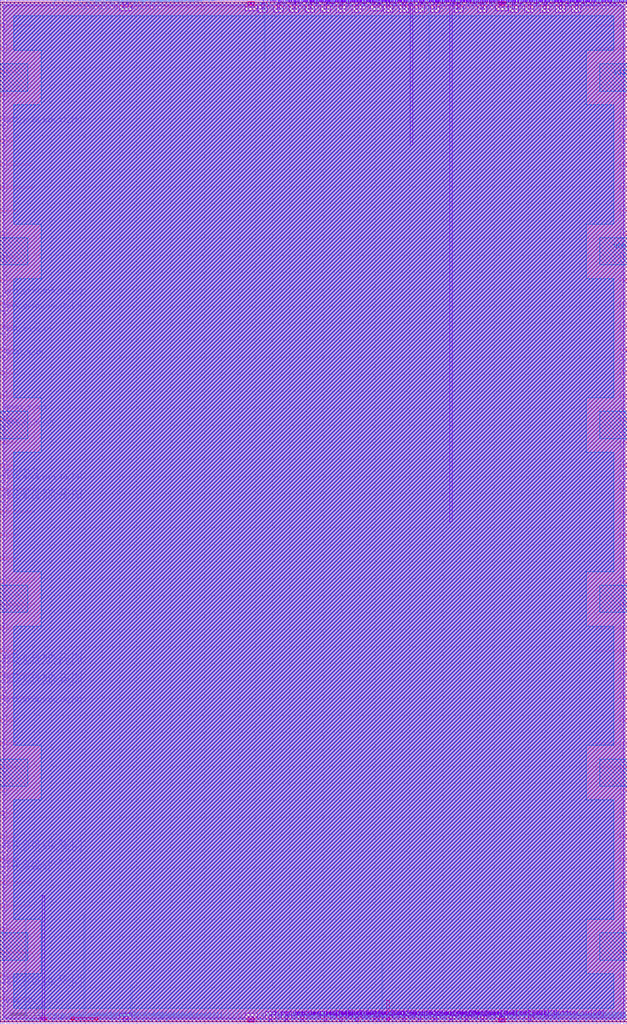
<source format=lef>
VERSION 5.7 ;
BUSBITCHARS "[]" ;

UNITS
  DATABASE MICRONS 1000 ;
END UNITS

MANUFACTURINGGRID 0.005 ;

LAYER li1
  TYPE ROUTING ;
  DIRECTION VERTICAL ;
  PITCH 0.46 ;
  WIDTH 0.17 ;
END li1

LAYER mcon
  TYPE CUT ;
END mcon

LAYER met1
  TYPE ROUTING ;
  DIRECTION HORIZONTAL ;
  PITCH 0.34 ;
  WIDTH 0.14 ;
END met1

LAYER via
  TYPE CUT ;
END via

LAYER met2
  TYPE ROUTING ;
  DIRECTION VERTICAL ;
  PITCH 0.46 ;
  WIDTH 0.14 ;
END met2

LAYER via2
  TYPE CUT ;
END via2

LAYER met3
  TYPE ROUTING ;
  DIRECTION HORIZONTAL ;
  PITCH 0.68 ;
  WIDTH 0.3 ;
END met3

LAYER via3
  TYPE CUT ;
END via3

LAYER met4
  TYPE ROUTING ;
  DIRECTION VERTICAL ;
  PITCH 0.92 ;
  WIDTH 0.3 ;
END met4

LAYER via4
  TYPE CUT ;
END via4

LAYER met5
  TYPE ROUTING ;
  DIRECTION HORIZONTAL ;
  PITCH 3.4 ;
  WIDTH 1.6 ;
END met5

LAYER nwell
  TYPE MASTERSLICE ;
END nwell

LAYER pwell
  TYPE MASTERSLICE ;
END pwell

LAYER OVERLAP
  TYPE OVERLAP ;
END OVERLAP

VIA L1M1_PR
  LAYER li1 ;
    RECT -0.085 -0.085 0.085 0.085 ;
  LAYER mcon ;
    RECT -0.085 -0.085 0.085 0.085 ;
  LAYER met1 ;
    RECT -0.145 -0.115 0.145 0.115 ;
END L1M1_PR

VIA L1M1_PR_R
  LAYER li1 ;
    RECT -0.085 -0.085 0.085 0.085 ;
  LAYER mcon ;
    RECT -0.085 -0.085 0.085 0.085 ;
  LAYER met1 ;
    RECT -0.115 -0.145 0.115 0.145 ;
END L1M1_PR_R

VIA L1M1_PR_M
  LAYER li1 ;
    RECT -0.085 -0.085 0.085 0.085 ;
  LAYER mcon ;
    RECT -0.085 -0.085 0.085 0.085 ;
  LAYER met1 ;
    RECT -0.115 -0.145 0.115 0.145 ;
END L1M1_PR_M

VIA L1M1_PR_MR
  LAYER li1 ;
    RECT -0.085 -0.085 0.085 0.085 ;
  LAYER mcon ;
    RECT -0.085 -0.085 0.085 0.085 ;
  LAYER met1 ;
    RECT -0.145 -0.115 0.145 0.115 ;
END L1M1_PR_MR

VIA L1M1_PR_C
  LAYER li1 ;
    RECT -0.085 -0.085 0.085 0.085 ;
  LAYER mcon ;
    RECT -0.085 -0.085 0.085 0.085 ;
  LAYER met1 ;
    RECT -0.145 -0.145 0.145 0.145 ;
END L1M1_PR_C

VIA M1M2_PR
  LAYER met1 ;
    RECT -0.16 -0.13 0.16 0.13 ;
  LAYER via ;
    RECT -0.075 -0.075 0.075 0.075 ;
  LAYER met2 ;
    RECT -0.13 -0.16 0.13 0.16 ;
END M1M2_PR

VIA M1M2_PR_Enc
  LAYER met1 ;
    RECT -0.16 -0.13 0.16 0.13 ;
  LAYER via ;
    RECT -0.075 -0.075 0.075 0.075 ;
  LAYER met2 ;
    RECT -0.16 -0.13 0.16 0.13 ;
END M1M2_PR_Enc

VIA M1M2_PR_R
  LAYER met1 ;
    RECT -0.13 -0.16 0.13 0.16 ;
  LAYER via ;
    RECT -0.075 -0.075 0.075 0.075 ;
  LAYER met2 ;
    RECT -0.16 -0.13 0.16 0.13 ;
END M1M2_PR_R

VIA M1M2_PR_R_Enc
  LAYER met1 ;
    RECT -0.13 -0.16 0.13 0.16 ;
  LAYER via ;
    RECT -0.075 -0.075 0.075 0.075 ;
  LAYER met2 ;
    RECT -0.13 -0.16 0.13 0.16 ;
END M1M2_PR_R_Enc

VIA M1M2_PR_M
  LAYER met1 ;
    RECT -0.16 -0.13 0.16 0.13 ;
  LAYER via ;
    RECT -0.075 -0.075 0.075 0.075 ;
  LAYER met2 ;
    RECT -0.16 -0.13 0.16 0.13 ;
END M1M2_PR_M

VIA M1M2_PR_M_Enc
  LAYER met1 ;
    RECT -0.16 -0.13 0.16 0.13 ;
  LAYER via ;
    RECT -0.075 -0.075 0.075 0.075 ;
  LAYER met2 ;
    RECT -0.13 -0.16 0.13 0.16 ;
END M1M2_PR_M_Enc

VIA M1M2_PR_MR
  LAYER met1 ;
    RECT -0.13 -0.16 0.13 0.16 ;
  LAYER via ;
    RECT -0.075 -0.075 0.075 0.075 ;
  LAYER met2 ;
    RECT -0.13 -0.16 0.13 0.16 ;
END M1M2_PR_MR

VIA M1M2_PR_MR_Enc
  LAYER met1 ;
    RECT -0.13 -0.16 0.13 0.16 ;
  LAYER via ;
    RECT -0.075 -0.075 0.075 0.075 ;
  LAYER met2 ;
    RECT -0.16 -0.13 0.16 0.13 ;
END M1M2_PR_MR_Enc

VIA M1M2_PR_C
  LAYER met1 ;
    RECT -0.16 -0.16 0.16 0.16 ;
  LAYER via ;
    RECT -0.075 -0.075 0.075 0.075 ;
  LAYER met2 ;
    RECT -0.16 -0.16 0.16 0.16 ;
END M1M2_PR_C

VIA M2M3_PR
  LAYER met2 ;
    RECT -0.14 -0.185 0.14 0.185 ;
  LAYER via2 ;
    RECT -0.1 -0.1 0.1 0.1 ;
  LAYER met3 ;
    RECT -0.165 -0.165 0.165 0.165 ;
END M2M3_PR

VIA M2M3_PR_R
  LAYER met2 ;
    RECT -0.185 -0.14 0.185 0.14 ;
  LAYER via2 ;
    RECT -0.1 -0.1 0.1 0.1 ;
  LAYER met3 ;
    RECT -0.165 -0.165 0.165 0.165 ;
END M2M3_PR_R

VIA M2M3_PR_M
  LAYER met2 ;
    RECT -0.14 -0.185 0.14 0.185 ;
  LAYER via2 ;
    RECT -0.1 -0.1 0.1 0.1 ;
  LAYER met3 ;
    RECT -0.165 -0.165 0.165 0.165 ;
END M2M3_PR_M

VIA M2M3_PR_MR
  LAYER met2 ;
    RECT -0.185 -0.14 0.185 0.14 ;
  LAYER via2 ;
    RECT -0.1 -0.1 0.1 0.1 ;
  LAYER met3 ;
    RECT -0.165 -0.165 0.165 0.165 ;
END M2M3_PR_MR

VIA M2M3_PR_C
  LAYER met2 ;
    RECT -0.185 -0.185 0.185 0.185 ;
  LAYER via2 ;
    RECT -0.1 -0.1 0.1 0.1 ;
  LAYER met3 ;
    RECT -0.165 -0.165 0.165 0.165 ;
END M2M3_PR_C

VIA M3M4_PR
  LAYER met3 ;
    RECT -0.19 -0.16 0.19 0.16 ;
  LAYER via3 ;
    RECT -0.1 -0.1 0.1 0.1 ;
  LAYER met4 ;
    RECT -0.165 -0.165 0.165 0.165 ;
END M3M4_PR

VIA M3M4_PR_R
  LAYER met3 ;
    RECT -0.16 -0.19 0.16 0.19 ;
  LAYER via3 ;
    RECT -0.1 -0.1 0.1 0.1 ;
  LAYER met4 ;
    RECT -0.165 -0.165 0.165 0.165 ;
END M3M4_PR_R

VIA M3M4_PR_M
  LAYER met3 ;
    RECT -0.19 -0.16 0.19 0.16 ;
  LAYER via3 ;
    RECT -0.1 -0.1 0.1 0.1 ;
  LAYER met4 ;
    RECT -0.165 -0.165 0.165 0.165 ;
END M3M4_PR_M

VIA M3M4_PR_MR
  LAYER met3 ;
    RECT -0.16 -0.19 0.16 0.19 ;
  LAYER via3 ;
    RECT -0.1 -0.1 0.1 0.1 ;
  LAYER met4 ;
    RECT -0.165 -0.165 0.165 0.165 ;
END M3M4_PR_MR

VIA M3M4_PR_C
  LAYER met3 ;
    RECT -0.19 -0.19 0.19 0.19 ;
  LAYER via3 ;
    RECT -0.1 -0.1 0.1 0.1 ;
  LAYER met4 ;
    RECT -0.165 -0.165 0.165 0.165 ;
END M3M4_PR_C

VIA M4M5_PR
  LAYER met4 ;
    RECT -0.59 -0.59 0.59 0.59 ;
  LAYER via4 ;
    RECT -0.4 -0.4 0.4 0.4 ;
  LAYER met5 ;
    RECT -0.71 -0.71 0.71 0.71 ;
END M4M5_PR

VIA M4M5_PR_R
  LAYER met4 ;
    RECT -0.59 -0.59 0.59 0.59 ;
  LAYER via4 ;
    RECT -0.4 -0.4 0.4 0.4 ;
  LAYER met5 ;
    RECT -0.71 -0.71 0.71 0.71 ;
END M4M5_PR_R

VIA M4M5_PR_M
  LAYER met4 ;
    RECT -0.59 -0.59 0.59 0.59 ;
  LAYER via4 ;
    RECT -0.4 -0.4 0.4 0.4 ;
  LAYER met5 ;
    RECT -0.71 -0.71 0.71 0.71 ;
END M4M5_PR_M

VIA M4M5_PR_MR
  LAYER met4 ;
    RECT -0.59 -0.59 0.59 0.59 ;
  LAYER via4 ;
    RECT -0.4 -0.4 0.4 0.4 ;
  LAYER met5 ;
    RECT -0.71 -0.71 0.71 0.71 ;
END M4M5_PR_MR

VIA M4M5_PR_C
  LAYER met4 ;
    RECT -0.59 -0.59 0.59 0.59 ;
  LAYER via4 ;
    RECT -0.4 -0.4 0.4 0.4 ;
  LAYER met5 ;
    RECT -0.71 -0.71 0.71 0.71 ;
END M4M5_PR_C

SITE unit
  CLASS CORE ;
  SYMMETRY Y ;
  SIZE 0.46 BY 2.72 ;
END unit

SITE unithddbl
  CLASS CORE ;
  SIZE 0.46 BY 5.44 ;
END unithddbl

MACRO cby_1__1_
  CLASS BLOCK ;
  ORIGIN 0 0 ;
  SIZE 73.6 BY 119.68 ;
  SYMMETRY X Y ;
  PIN pReset[0]
    DIRECTION INPUT ;
    USE SIGNAL ;
    PORT
      LAYER met1 ;
        RECT 0 64.02 0.595 64.16 ;
    END
  END pReset[0]
  PIN chany_bottom_in[0]
    DIRECTION INPUT ;
    USE SIGNAL ;
    PORT
      LAYER met2 ;
        RECT 46.16 0 46.3 0.485 ;
    END
  END chany_bottom_in[0]
  PIN chany_bottom_in[1]
    DIRECTION INPUT ;
    USE SIGNAL ;
    PORT
      LAYER met2 ;
        RECT 14.88 0 15.02 0.485 ;
    END
  END chany_bottom_in[1]
  PIN chany_bottom_in[2]
    DIRECTION INPUT ;
    USE SIGNAL ;
    PORT
      LAYER met2 ;
        RECT 10.74 0 10.88 0.485 ;
    END
  END chany_bottom_in[2]
  PIN chany_bottom_in[3]
    DIRECTION INPUT ;
    USE SIGNAL ;
    PORT
      LAYER met2 ;
        RECT 48.92 0 49.06 0.485 ;
    END
  END chany_bottom_in[3]
  PIN chany_bottom_in[4]
    DIRECTION INPUT ;
    USE SIGNAL ;
    PORT
      LAYER met2 ;
        RECT 17.64 0 17.78 0.485 ;
    END
  END chany_bottom_in[4]
  PIN chany_bottom_in[5]
    DIRECTION INPUT ;
    USE SIGNAL ;
    PORT
      LAYER met2 ;
        RECT 31.44 0 31.58 0.485 ;
    END
  END chany_bottom_in[5]
  PIN chany_bottom_in[6]
    DIRECTION INPUT ;
    USE SIGNAL ;
    PORT
      LAYER met2 ;
        RECT 45.24 0 45.38 0.485 ;
    END
  END chany_bottom_in[6]
  PIN chany_bottom_in[7]
    DIRECTION INPUT ;
    USE SIGNAL ;
    PORT
      LAYER met2 ;
        RECT 44.32 0 44.46 0.485 ;
    END
  END chany_bottom_in[7]
  PIN chany_bottom_in[8]
    DIRECTION INPUT ;
    USE SIGNAL ;
    PORT
      LAYER met2 ;
        RECT 33.28 0 33.42 0.485 ;
    END
  END chany_bottom_in[8]
  PIN chany_bottom_in[9]
    DIRECTION INPUT ;
    USE SIGNAL ;
    PORT
      LAYER met2 ;
        RECT 38.8 0 38.94 0.485 ;
    END
  END chany_bottom_in[9]
  PIN chany_bottom_in[10]
    DIRECTION INPUT ;
    USE SIGNAL ;
    PORT
      LAYER met2 ;
        RECT 37.88 0 38.02 0.485 ;
    END
  END chany_bottom_in[10]
  PIN chany_bottom_in[11]
    DIRECTION INPUT ;
    USE SIGNAL ;
    PORT
      LAYER met2 ;
        RECT 36.04 0 36.18 0.485 ;
    END
  END chany_bottom_in[11]
  PIN chany_bottom_in[12]
    DIRECTION INPUT ;
    USE SIGNAL ;
    PORT
      LAYER met2 ;
        RECT 32.36 0 32.5 0.485 ;
    END
  END chany_bottom_in[12]
  PIN chany_bottom_in[13]
    DIRECTION INPUT ;
    USE SIGNAL ;
    PORT
      LAYER met2 ;
        RECT 19.48 0 19.62 0.485 ;
    END
  END chany_bottom_in[13]
  PIN chany_bottom_in[14]
    DIRECTION INPUT ;
    USE SIGNAL ;
    PORT
      LAYER met2 ;
        RECT 30.52 0 30.66 0.485 ;
    END
  END chany_bottom_in[14]
  PIN chany_bottom_in[15]
    DIRECTION INPUT ;
    USE SIGNAL ;
    PORT
      LAYER met2 ;
        RECT 39.72 0 39.86 0.485 ;
    END
  END chany_bottom_in[15]
  PIN chany_bottom_in[16]
    DIRECTION INPUT ;
    USE SIGNAL ;
    PORT
      LAYER met2 ;
        RECT 15.8 0 15.94 0.485 ;
    END
  END chany_bottom_in[16]
  PIN chany_bottom_in[17]
    DIRECTION INPUT ;
    USE SIGNAL ;
    PORT
      LAYER met2 ;
        RECT 34.2 0 34.34 0.485 ;
    END
  END chany_bottom_in[17]
  PIN chany_bottom_in[18]
    DIRECTION INPUT ;
    USE SIGNAL ;
    PORT
      LAYER met2 ;
        RECT 41.56 0 41.7 0.485 ;
    END
  END chany_bottom_in[18]
  PIN chany_bottom_in[19]
    DIRECTION INPUT ;
    USE SIGNAL ;
    PORT
      LAYER met2 ;
        RECT 18.56 0 18.7 0.485 ;
    END
  END chany_bottom_in[19]
  PIN chany_bottom_in[20]
    DIRECTION INPUT ;
    USE SIGNAL ;
    PORT
      LAYER met4 ;
        RECT 61.95 0 62.25 0.8 ;
    END
  END chany_bottom_in[20]
  PIN chany_bottom_in[21]
    DIRECTION INPUT ;
    USE SIGNAL ;
    PORT
      LAYER met2 ;
        RECT 47.08 0 47.22 0.485 ;
    END
  END chany_bottom_in[21]
  PIN chany_bottom_in[22]
    DIRECTION INPUT ;
    USE SIGNAL ;
    PORT
      LAYER met2 ;
        RECT 16.72 0 16.86 0.485 ;
    END
  END chany_bottom_in[22]
  PIN chany_bottom_in[23]
    DIRECTION INPUT ;
    USE SIGNAL ;
    PORT
      LAYER met2 ;
        RECT 7.06 0 7.2 0.485 ;
    END
  END chany_bottom_in[23]
  PIN chany_bottom_in[24]
    DIRECTION INPUT ;
    USE SIGNAL ;
    PORT
      LAYER met2 ;
        RECT 64.56 0 64.7 0.485 ;
    END
  END chany_bottom_in[24]
  PIN chany_bottom_in[25]
    DIRECTION INPUT ;
    USE SIGNAL ;
    PORT
      LAYER met2 ;
        RECT 13.96 0 14.1 0.485 ;
    END
  END chany_bottom_in[25]
  PIN chany_bottom_in[26]
    DIRECTION INPUT ;
    USE SIGNAL ;
    PORT
      LAYER met2 ;
        RECT 35.12 0 35.26 0.485 ;
    END
  END chany_bottom_in[26]
  PIN chany_bottom_in[27]
    DIRECTION INPUT ;
    USE SIGNAL ;
    PORT
      LAYER met2 ;
        RECT 8.44 0 8.58 0.485 ;
    END
  END chany_bottom_in[27]
  PIN chany_bottom_in[28]
    DIRECTION INPUT ;
    USE SIGNAL ;
    PORT
      LAYER met2 ;
        RECT 36.96 0 37.1 0.485 ;
    END
  END chany_bottom_in[28]
  PIN chany_bottom_in[29]
    DIRECTION INPUT ;
    USE SIGNAL ;
    PORT
      LAYER met2 ;
        RECT 13.04 0 13.18 0.485 ;
    END
  END chany_bottom_in[29]
  PIN chany_top_in[0]
    DIRECTION INPUT ;
    USE SIGNAL ;
    PORT
      LAYER met2 ;
        RECT 55.82 119.195 55.96 119.68 ;
    END
  END chany_top_in[0]
  PIN chany_top_in[1]
    DIRECTION INPUT ;
    USE SIGNAL ;
    PORT
      LAYER met2 ;
        RECT 13.96 119.195 14.1 119.68 ;
    END
  END chany_top_in[1]
  PIN chany_top_in[2]
    DIRECTION INPUT ;
    USE SIGNAL ;
    PORT
      LAYER met2 ;
        RECT 12.12 119.195 12.26 119.68 ;
    END
  END chany_top_in[2]
  PIN chany_top_in[3]
    DIRECTION INPUT ;
    USE SIGNAL ;
    PORT
      LAYER met2 ;
        RECT 63.18 119.195 63.32 119.68 ;
    END
  END chany_top_in[3]
  PIN chany_top_in[4]
    DIRECTION INPUT ;
    USE SIGNAL ;
    PORT
      LAYER met2 ;
        RECT 50.76 119.195 50.9 119.68 ;
    END
  END chany_top_in[4]
  PIN chany_top_in[5]
    DIRECTION INPUT ;
    USE SIGNAL ;
    PORT
      LAYER met2 ;
        RECT 15.8 119.195 15.94 119.68 ;
    END
  END chany_top_in[5]
  PIN chany_top_in[6]
    DIRECTION INPUT ;
    USE SIGNAL ;
    PORT
      LAYER met2 ;
        RECT 41.1 119.195 41.24 119.68 ;
    END
  END chany_top_in[6]
  PIN chany_top_in[7]
    DIRECTION INPUT ;
    USE SIGNAL ;
    PORT
      LAYER met2 ;
        RECT 17.64 119.195 17.78 119.68 ;
    END
  END chany_top_in[7]
  PIN chany_top_in[8]
    DIRECTION INPUT ;
    USE SIGNAL ;
    PORT
      LAYER met2 ;
        RECT 16.72 119.195 16.86 119.68 ;
    END
  END chany_top_in[8]
  PIN chany_top_in[9]
    DIRECTION INPUT ;
    USE SIGNAL ;
    PORT
      LAYER met2 ;
        RECT 36.96 119.195 37.1 119.68 ;
    END
  END chany_top_in[9]
  PIN chany_top_in[10]
    DIRECTION INPUT ;
    USE SIGNAL ;
    PORT
      LAYER met2 ;
        RECT 36.04 119.195 36.18 119.68 ;
    END
  END chany_top_in[10]
  PIN chany_top_in[11]
    DIRECTION INPUT ;
    USE SIGNAL ;
    PORT
      LAYER met2 ;
        RECT 61.34 119.195 61.48 119.68 ;
    END
  END chany_top_in[11]
  PIN chany_top_in[12]
    DIRECTION INPUT ;
    USE SIGNAL ;
    PORT
      LAYER met2 ;
        RECT 57.66 119.195 57.8 119.68 ;
    END
  END chany_top_in[12]
  PIN chany_top_in[13]
    DIRECTION INPUT ;
    USE SIGNAL ;
    PORT
      LAYER met2 ;
        RECT 48.92 119.195 49.06 119.68 ;
    END
  END chany_top_in[13]
  PIN chany_top_in[14]
    DIRECTION INPUT ;
    USE SIGNAL ;
    PORT
      LAYER met2 ;
        RECT 34.2 119.195 34.34 119.68 ;
    END
  END chany_top_in[14]
  PIN chany_top_in[15]
    DIRECTION INPUT ;
    USE SIGNAL ;
    PORT
      LAYER met2 ;
        RECT 38.34 119.195 38.48 119.68 ;
    END
  END chany_top_in[15]
  PIN chany_top_in[16]
    DIRECTION INPUT ;
    USE SIGNAL ;
    PORT
      LAYER met2 ;
        RECT 40.18 119.195 40.32 119.68 ;
    END
  END chany_top_in[16]
  PIN chany_top_in[17]
    DIRECTION INPUT ;
    USE SIGNAL ;
    PORT
      LAYER met2 ;
        RECT 35.12 119.195 35.26 119.68 ;
    END
  END chany_top_in[17]
  PIN chany_top_in[18]
    DIRECTION INPUT ;
    USE SIGNAL ;
    PORT
      LAYER met2 ;
        RECT 48 119.195 48.14 119.68 ;
    END
  END chany_top_in[18]
  PIN chany_top_in[19]
    DIRECTION INPUT ;
    USE SIGNAL ;
    PORT
      LAYER met2 ;
        RECT 47.08 119.195 47.22 119.68 ;
    END
  END chany_top_in[19]
  PIN chany_top_in[20]
    DIRECTION INPUT ;
    USE SIGNAL ;
    PORT
      LAYER met2 ;
        RECT 59.5 119.195 59.64 119.68 ;
    END
  END chany_top_in[20]
  PIN chany_top_in[21]
    DIRECTION INPUT ;
    USE SIGNAL ;
    PORT
      LAYER met2 ;
        RECT 31.44 119.195 31.58 119.68 ;
    END
  END chany_top_in[21]
  PIN chany_top_in[22]
    DIRECTION INPUT ;
    USE SIGNAL ;
    PORT
      LAYER met2 ;
        RECT 13.04 119.195 13.18 119.68 ;
    END
  END chany_top_in[22]
  PIN chany_top_in[23]
    DIRECTION INPUT ;
    USE SIGNAL ;
    PORT
      LAYER met2 ;
        RECT 30.52 119.195 30.66 119.68 ;
    END
  END chany_top_in[23]
  PIN chany_top_in[24]
    DIRECTION INPUT ;
    USE SIGNAL ;
    PORT
      LAYER met2 ;
        RECT 56.74 119.195 56.88 119.68 ;
    END
  END chany_top_in[24]
  PIN chany_top_in[25]
    DIRECTION INPUT ;
    USE SIGNAL ;
    PORT
      LAYER met2 ;
        RECT 32.36 119.195 32.5 119.68 ;
    END
  END chany_top_in[25]
  PIN chany_top_in[26]
    DIRECTION INPUT ;
    USE SIGNAL ;
    PORT
      LAYER met2 ;
        RECT 33.28 119.195 33.42 119.68 ;
    END
  END chany_top_in[26]
  PIN chany_top_in[27]
    DIRECTION INPUT ;
    USE SIGNAL ;
    PORT
      LAYER met2 ;
        RECT 18.56 119.195 18.7 119.68 ;
    END
  END chany_top_in[27]
  PIN chany_top_in[28]
    DIRECTION INPUT ;
    USE SIGNAL ;
    PORT
      LAYER met2 ;
        RECT 39.26 119.195 39.4 119.68 ;
    END
  END chany_top_in[28]
  PIN chany_top_in[29]
    DIRECTION INPUT ;
    USE SIGNAL ;
    PORT
      LAYER met2 ;
        RECT 14.88 119.195 15.02 119.68 ;
    END
  END chany_top_in[29]
  PIN ccff_head[0]
    DIRECTION INPUT ;
    USE SIGNAL ;
    PORT
      LAYER met1 ;
        RECT 0 17.44 0.595 17.58 ;
    END
  END ccff_head[0]
  PIN chany_bottom_out[0]
    DIRECTION OUTPUT ;
    USE SIGNAL ;
    PORT
      LAYER met4 ;
        RECT 45.39 0 45.69 0.8 ;
    END
  END chany_bottom_out[0]
  PIN chany_bottom_out[1]
    DIRECTION OUTPUT ;
    USE SIGNAL ;
    PORT
      LAYER met4 ;
        RECT 49.07 0 49.37 0.8 ;
    END
  END chany_bottom_out[1]
  PIN chany_bottom_out[2]
    DIRECTION OUTPUT ;
    USE SIGNAL ;
    PORT
      LAYER met2 ;
        RECT 56.74 0 56.88 0.485 ;
    END
  END chany_bottom_out[2]
  PIN chany_bottom_out[3]
    DIRECTION OUTPUT ;
    USE SIGNAL ;
    PORT
      LAYER met4 ;
        RECT 56.43 0 56.73 0.8 ;
    END
  END chany_bottom_out[3]
  PIN chany_bottom_out[4]
    DIRECTION OUTPUT ;
    USE SIGNAL ;
    PORT
      LAYER met4 ;
        RECT 33.43 0 33.73 0.8 ;
    END
  END chany_bottom_out[4]
  PIN chany_bottom_out[5]
    DIRECTION OUTPUT ;
    USE SIGNAL ;
    PORT
      LAYER met2 ;
        RECT 40.64 0 40.78 0.485 ;
    END
  END chany_bottom_out[5]
  PIN chany_bottom_out[6]
    DIRECTION OUTPUT ;
    USE SIGNAL ;
    PORT
      LAYER met2 ;
        RECT 62.26 0 62.4 0.485 ;
    END
  END chany_bottom_out[6]
  PIN chany_bottom_out[7]
    DIRECTION OUTPUT ;
    USE SIGNAL ;
    PORT
      LAYER met4 ;
        RECT 47.23 0 47.53 0.8 ;
    END
  END chany_bottom_out[7]
  PIN chany_bottom_out[8]
    DIRECTION OUTPUT ;
    USE SIGNAL ;
    PORT
      LAYER met4 ;
        RECT 39.87 0 40.17 0.8 ;
    END
  END chany_bottom_out[8]
  PIN chany_bottom_out[9]
    DIRECTION OUTPUT ;
    USE SIGNAL ;
    PORT
      LAYER met2 ;
        RECT 4.3 0 4.44 0.485 ;
    END
  END chany_bottom_out[9]
  PIN chany_bottom_out[10]
    DIRECTION OUTPUT ;
    USE SIGNAL ;
    PORT
      LAYER met2 ;
        RECT 5.22 0 5.36 0.485 ;
    END
  END chany_bottom_out[10]
  PIN chany_bottom_out[11]
    DIRECTION OUTPUT ;
    USE SIGNAL ;
    PORT
      LAYER met2 ;
        RECT 65.48 0 65.62 0.485 ;
    END
  END chany_bottom_out[11]
  PIN chany_bottom_out[12]
    DIRECTION OUTPUT ;
    USE SIGNAL ;
    PORT
      LAYER met2 ;
        RECT 51.22 0 51.36 0.485 ;
    END
  END chany_bottom_out[12]
  PIN chany_bottom_out[13]
    DIRECTION OUTPUT ;
    USE SIGNAL ;
    PORT
      LAYER met2 ;
        RECT 48 0 48.14 0.485 ;
    END
  END chany_bottom_out[13]
  PIN chany_bottom_out[14]
    DIRECTION OUTPUT ;
    USE SIGNAL ;
    PORT
      LAYER met4 ;
        RECT 31.59 0 31.89 0.8 ;
    END
  END chany_bottom_out[14]
  PIN chany_bottom_out[15]
    DIRECTION OUTPUT ;
    USE SIGNAL ;
    PORT
      LAYER met4 ;
        RECT 41.71 0 42.01 0.8 ;
    END
  END chany_bottom_out[15]
  PIN chany_bottom_out[16]
    DIRECTION OUTPUT ;
    USE SIGNAL ;
    PORT
      LAYER met2 ;
        RECT 55.82 0 55.96 0.485 ;
    END
  END chany_bottom_out[16]
  PIN chany_bottom_out[17]
    DIRECTION OUTPUT ;
    USE SIGNAL ;
    PORT
      LAYER met2 ;
        RECT 63.64 0 63.78 0.485 ;
    END
  END chany_bottom_out[17]
  PIN chany_bottom_out[18]
    DIRECTION OUTPUT ;
    USE SIGNAL ;
    PORT
      LAYER met4 ;
        RECT 52.75 0 53.05 0.8 ;
    END
  END chany_bottom_out[18]
  PIN chany_bottom_out[19]
    DIRECTION OUTPUT ;
    USE SIGNAL ;
    PORT
      LAYER met2 ;
        RECT 49.84 0 49.98 0.485 ;
    END
  END chany_bottom_out[19]
  PIN chany_bottom_out[20]
    DIRECTION OUTPUT ;
    USE SIGNAL ;
    PORT
      LAYER met2 ;
        RECT 11.66 0 11.8 0.485 ;
    END
  END chany_bottom_out[20]
  PIN chany_bottom_out[21]
    DIRECTION OUTPUT ;
    USE SIGNAL ;
    PORT
      LAYER met4 ;
        RECT 35.27 0 35.57 0.8 ;
    END
  END chany_bottom_out[21]
  PIN chany_bottom_out[22]
    DIRECTION OUTPUT ;
    USE SIGNAL ;
    PORT
      LAYER met4 ;
        RECT 38.03 0 38.33 0.8 ;
    END
  END chany_bottom_out[22]
  PIN chany_bottom_out[23]
    DIRECTION OUTPUT ;
    USE SIGNAL ;
    PORT
      LAYER met2 ;
        RECT 53.06 0 53.2 0.485 ;
    END
  END chany_bottom_out[23]
  PIN chany_bottom_out[24]
    DIRECTION OUTPUT ;
    USE SIGNAL ;
    PORT
      LAYER met4 ;
        RECT 50.91 0 51.21 0.8 ;
    END
  END chany_bottom_out[24]
  PIN chany_bottom_out[25]
    DIRECTION OUTPUT ;
    USE SIGNAL ;
    PORT
      LAYER met4 ;
        RECT 54.59 0 54.89 0.8 ;
    END
  END chany_bottom_out[25]
  PIN chany_bottom_out[26]
    DIRECTION OUTPUT ;
    USE SIGNAL ;
    PORT
      LAYER met2 ;
        RECT 57.66 0 57.8 0.485 ;
    END
  END chany_bottom_out[26]
  PIN chany_bottom_out[27]
    DIRECTION OUTPUT ;
    USE SIGNAL ;
    PORT
      LAYER met2 ;
        RECT 59.5 0 59.64 0.485 ;
    END
  END chany_bottom_out[27]
  PIN chany_bottom_out[28]
    DIRECTION OUTPUT ;
    USE SIGNAL ;
    PORT
      LAYER met2 ;
        RECT 61.34 0 61.48 0.485 ;
    END
  END chany_bottom_out[28]
  PIN chany_bottom_out[29]
    DIRECTION OUTPUT ;
    USE SIGNAL ;
    PORT
      LAYER met2 ;
        RECT 52.14 0 52.28 0.485 ;
    END
  END chany_bottom_out[29]
  PIN chany_top_out[0]
    DIRECTION OUTPUT ;
    USE SIGNAL ;
    PORT
      LAYER met4 ;
        RECT 39.87 118.88 40.17 119.68 ;
    END
  END chany_top_out[0]
  PIN chany_top_out[1]
    DIRECTION OUTPUT ;
    USE SIGNAL ;
    PORT
      LAYER met4 ;
        RECT 60.11 118.88 60.41 119.68 ;
    END
  END chany_top_out[1]
  PIN chany_top_out[2]
    DIRECTION OUTPUT ;
    USE SIGNAL ;
    PORT
      LAYER met4 ;
        RECT 36.19 118.88 36.49 119.68 ;
    END
  END chany_top_out[2]
  PIN chany_top_out[3]
    DIRECTION OUTPUT ;
    USE SIGNAL ;
    PORT
      LAYER met4 ;
        RECT 61.95 118.88 62.25 119.68 ;
    END
  END chany_top_out[3]
  PIN chany_top_out[4]
    DIRECTION OUTPUT ;
    USE SIGNAL ;
    PORT
      LAYER met4 ;
        RECT 56.43 118.88 56.73 119.68 ;
    END
  END chany_top_out[4]
  PIN chany_top_out[5]
    DIRECTION OUTPUT ;
    USE SIGNAL ;
    PORT
      LAYER met4 ;
        RECT 32.51 118.88 32.81 119.68 ;
    END
  END chany_top_out[5]
  PIN chany_top_out[6]
    DIRECTION OUTPUT ;
    USE SIGNAL ;
    PORT
      LAYER met4 ;
        RECT 53.67 118.88 53.97 119.68 ;
    END
  END chany_top_out[6]
  PIN chany_top_out[7]
    DIRECTION OUTPUT ;
    USE SIGNAL ;
    PORT
      LAYER met2 ;
        RECT 9.36 119.195 9.5 119.68 ;
    END
  END chany_top_out[7]
  PIN chany_top_out[8]
    DIRECTION OUTPUT ;
    USE SIGNAL ;
    PORT
      LAYER met2 ;
        RECT 62.26 119.195 62.4 119.68 ;
    END
  END chany_top_out[8]
  PIN chany_top_out[9]
    DIRECTION OUTPUT ;
    USE SIGNAL ;
    PORT
      LAYER met2 ;
        RECT 45.24 119.195 45.38 119.68 ;
    END
  END chany_top_out[9]
  PIN chany_top_out[10]
    DIRECTION OUTPUT ;
    USE SIGNAL ;
    PORT
      LAYER met4 ;
        RECT 45.39 118.88 45.69 119.68 ;
    END
  END chany_top_out[10]
  PIN chany_top_out[11]
    DIRECTION OUTPUT ;
    USE SIGNAL ;
    PORT
      LAYER met4 ;
        RECT 41.71 118.88 42.01 119.68 ;
    END
  END chany_top_out[11]
  PIN chany_top_out[12]
    DIRECTION OUTPUT ;
    USE SIGNAL ;
    PORT
      LAYER met4 ;
        RECT 65.63 118.88 65.93 119.68 ;
    END
  END chany_top_out[12]
  PIN chany_top_out[13]
    DIRECTION OUTPUT ;
    USE SIGNAL ;
    PORT
      LAYER met2 ;
        RECT 66.86 119.195 67 119.68 ;
    END
  END chany_top_out[13]
  PIN chany_top_out[14]
    DIRECTION OUTPUT ;
    USE SIGNAL ;
    PORT
      LAYER met2 ;
        RECT 64.1 119.195 64.24 119.68 ;
    END
  END chany_top_out[14]
  PIN chany_top_out[15]
    DIRECTION OUTPUT ;
    USE SIGNAL ;
    PORT
      LAYER met2 ;
        RECT 46.16 119.195 46.3 119.68 ;
    END
  END chany_top_out[15]
  PIN chany_top_out[16]
    DIRECTION OUTPUT ;
    USE SIGNAL ;
    PORT
      LAYER met4 ;
        RECT 34.35 118.88 34.65 119.68 ;
    END
  END chany_top_out[16]
  PIN chany_top_out[17]
    DIRECTION OUTPUT ;
    USE SIGNAL ;
    PORT
      LAYER met4 ;
        RECT 30.67 118.88 30.97 119.68 ;
    END
  END chany_top_out[17]
  PIN chany_top_out[18]
    DIRECTION OUTPUT ;
    USE SIGNAL ;
    PORT
      LAYER met4 ;
        RECT 63.79 118.88 64.09 119.68 ;
    END
  END chany_top_out[18]
  PIN chany_top_out[19]
    DIRECTION OUTPUT ;
    USE SIGNAL ;
    PORT
      LAYER met4 ;
        RECT 50.91 118.88 51.21 119.68 ;
    END
  END chany_top_out[19]
  PIN chany_top_out[20]
    DIRECTION OUTPUT ;
    USE SIGNAL ;
    PORT
      LAYER met2 ;
        RECT 65.94 119.195 66.08 119.68 ;
    END
  END chany_top_out[20]
  PIN chany_top_out[21]
    DIRECTION OUTPUT ;
    USE SIGNAL ;
    PORT
      LAYER met2 ;
        RECT 65.02 119.195 65.16 119.68 ;
    END
  END chany_top_out[21]
  PIN chany_top_out[22]
    DIRECTION OUTPUT ;
    USE SIGNAL ;
    PORT
      LAYER met2 ;
        RECT 10.28 119.195 10.42 119.68 ;
    END
  END chany_top_out[22]
  PIN chany_top_out[23]
    DIRECTION OUTPUT ;
    USE SIGNAL ;
    PORT
      LAYER met2 ;
        RECT 44.32 119.195 44.46 119.68 ;
    END
  END chany_top_out[23]
  PIN chany_top_out[24]
    DIRECTION OUTPUT ;
    USE SIGNAL ;
    PORT
      LAYER met4 ;
        RECT 67.47 118.88 67.77 119.68 ;
    END
  END chany_top_out[24]
  PIN chany_top_out[25]
    DIRECTION OUTPUT ;
    USE SIGNAL ;
    PORT
      LAYER met2 ;
        RECT 49.84 119.195 49.98 119.68 ;
    END
  END chany_top_out[25]
  PIN chany_top_out[26]
    DIRECTION OUTPUT ;
    USE SIGNAL ;
    PORT
      LAYER met4 ;
        RECT 38.03 118.88 38.33 119.68 ;
    END
  END chany_top_out[26]
  PIN chany_top_out[27]
    DIRECTION OUTPUT ;
    USE SIGNAL ;
    PORT
      LAYER met2 ;
        RECT 60.42 119.195 60.56 119.68 ;
    END
  END chany_top_out[27]
  PIN chany_top_out[28]
    DIRECTION OUTPUT ;
    USE SIGNAL ;
    PORT
      LAYER met4 ;
        RECT 47.23 118.88 47.53 119.68 ;
    END
  END chany_top_out[28]
  PIN chany_top_out[29]
    DIRECTION OUTPUT ;
    USE SIGNAL ;
    PORT
      LAYER met4 ;
        RECT 49.07 118.88 49.37 119.68 ;
    END
  END chany_top_out[29]
  PIN left_grid_pin_16_[0]
    DIRECTION OUTPUT ;
    USE SIGNAL ;
    PORT
      LAYER met1 ;
        RECT 0 63.34 0.595 63.48 ;
    END
  END left_grid_pin_16_[0]
  PIN left_grid_pin_17_[0]
    DIRECTION OUTPUT ;
    USE SIGNAL ;
    PORT
      LAYER met1 ;
        RECT 0 105.16 0.595 105.3 ;
    END
  END left_grid_pin_17_[0]
  PIN left_grid_pin_18_[0]
    DIRECTION OUTPUT ;
    USE SIGNAL ;
    PORT
      LAYER met1 ;
        RECT 0 83.4 0.595 83.54 ;
    END
  END left_grid_pin_18_[0]
  PIN left_grid_pin_19_[0]
    DIRECTION OUTPUT ;
    USE SIGNAL ;
    PORT
      LAYER met1 ;
        RECT 0 85.1 0.595 85.24 ;
    END
  END left_grid_pin_19_[0]
  PIN left_grid_pin_20_[0]
    DIRECTION OUTPUT ;
    USE SIGNAL ;
    PORT
      LAYER met1 ;
        RECT 0 41.58 0.595 41.72 ;
    END
  END left_grid_pin_20_[0]
  PIN left_grid_pin_21_[0]
    DIRECTION OUTPUT ;
    USE SIGNAL ;
    PORT
      LAYER met1 ;
        RECT 0 39.88 0.595 40.02 ;
    END
  END left_grid_pin_21_[0]
  PIN left_grid_pin_22_[0]
    DIRECTION OUTPUT ;
    USE SIGNAL ;
    PORT
      LAYER met1 ;
        RECT 0 42.26 0.595 42.4 ;
    END
  END left_grid_pin_22_[0]
  PIN left_grid_pin_23_[0]
    DIRECTION OUTPUT ;
    USE SIGNAL ;
    PORT
      LAYER met1 ;
        RECT 0 61.64 0.595 61.78 ;
    END
  END left_grid_pin_23_[0]
  PIN left_grid_pin_24_[0]
    DIRECTION OUTPUT ;
    USE SIGNAL ;
    PORT
      LAYER met1 ;
        RECT 0 37.16 0.595 37.3 ;
    END
  END left_grid_pin_24_[0]
  PIN left_grid_pin_25_[0]
    DIRECTION OUTPUT ;
    USE SIGNAL ;
    PORT
      LAYER met1 ;
        RECT 0 60.96 0.595 61.1 ;
    END
  END left_grid_pin_25_[0]
  PIN left_grid_pin_26_[0]
    DIRECTION OUTPUT ;
    USE SIGNAL ;
    PORT
      LAYER met1 ;
        RECT 0 19.82 0.595 19.96 ;
    END
  END left_grid_pin_26_[0]
  PIN left_grid_pin_27_[0]
    DIRECTION OUTPUT ;
    USE SIGNAL ;
    PORT
      LAYER met1 ;
        RECT 0 39.2 0.595 39.34 ;
    END
  END left_grid_pin_27_[0]
  PIN left_grid_pin_28_[0]
    DIRECTION OUTPUT ;
    USE SIGNAL ;
    PORT
      LAYER met1 ;
        RECT 0 4.52 0.595 4.66 ;
    END
  END left_grid_pin_28_[0]
  PIN left_grid_pin_29_[0]
    DIRECTION OUTPUT ;
    USE SIGNAL ;
    PORT
      LAYER met1 ;
        RECT 0 3.84 0.595 3.98 ;
    END
  END left_grid_pin_29_[0]
  PIN left_grid_pin_30_[0]
    DIRECTION OUTPUT ;
    USE SIGNAL ;
    PORT
      LAYER met1 ;
        RECT 0 18.12 0.595 18.26 ;
    END
  END left_grid_pin_30_[0]
  PIN left_grid_pin_31_[0]
    DIRECTION OUTPUT ;
    USE SIGNAL ;
    PORT
      LAYER met1 ;
        RECT 0 20.5 0.595 20.64 ;
    END
  END left_grid_pin_31_[0]
  PIN ccff_tail[0]
    DIRECTION OUTPUT ;
    USE SIGNAL ;
    PORT
      LAYER met1 ;
        RECT 73.005 105.16 73.6 105.3 ;
    END
  END ccff_tail[0]
  PIN Test_en_S_in
    DIRECTION INPUT ;
    USE SIGNAL ;
    PORT
      LAYER met2 ;
        RECT 53.98 0 54.12 0.485 ;
    END
  END Test_en_S_in
  PIN Test_en_E_in
    DIRECTION INPUT ;
    USE SIGNAL ;
    PORT
      LAYER met1 ;
        RECT 73.005 77.62 73.6 77.76 ;
    END
  END Test_en_E_in
  PIN Test_en_W_in
    DIRECTION INPUT ;
    USE SIGNAL ;
    PORT
      LAYER met1 ;
        RECT 0 80.68 0.595 80.82 ;
    END
  END Test_en_W_in
  PIN Test_en_N_out
    DIRECTION OUTPUT ;
    USE SIGNAL ;
    PORT
      LAYER met2 ;
        RECT 52.14 119.195 52.28 119.68 ;
    END
  END Test_en_N_out
  PIN Test_en_W_out
    DIRECTION OUTPUT ;
    USE SIGNAL ;
    PORT
      LAYER met1 ;
        RECT 0 69.8 0.595 69.94 ;
    END
  END Test_en_W_out
  PIN Test_en_E_out
    DIRECTION OUTPUT ;
    USE SIGNAL ;
    PORT
      LAYER met1 ;
        RECT 73.005 71.5 73.6 71.64 ;
    END
  END Test_en_E_out
  PIN pReset_S_in
    DIRECTION INPUT ;
    USE SIGNAL ;
    PORT
      LAYER met2 ;
        RECT 9.36 0 9.5 0.485 ;
    END
  END pReset_S_in
  PIN pReset_N_out
    DIRECTION OUTPUT ;
    USE SIGNAL ;
    PORT
      LAYER met2 ;
        RECT 11.2 119.195 11.34 119.68 ;
    END
  END pReset_N_out
  PIN Reset_S_in
    DIRECTION INPUT ;
    USE SIGNAL ;
    PORT
      LAYER met2 ;
        RECT 54.9 0 55.04 0.485 ;
    END
  END Reset_S_in
  PIN Reset_E_in
    DIRECTION INPUT ;
    USE SIGNAL ;
    PORT
      LAYER met1 ;
        RECT 73.005 68.78 73.6 68.92 ;
    END
  END Reset_E_in
  PIN Reset_W_in
    DIRECTION INPUT ;
    USE SIGNAL ;
    PORT
      LAYER met1 ;
        RECT 0 77.96 0.595 78.1 ;
    END
  END Reset_W_in
  PIN Reset_N_out
    DIRECTION OUTPUT ;
    USE SIGNAL ;
    PORT
      LAYER met2 ;
        RECT 53.06 119.195 53.2 119.68 ;
    END
  END Reset_N_out
  PIN Reset_W_out
    DIRECTION OUTPUT ;
    USE SIGNAL ;
    PORT
      LAYER met1 ;
        RECT 0 71.5 0.595 71.64 ;
    END
  END Reset_W_out
  PIN Reset_E_out
    DIRECTION OUTPUT ;
    USE SIGNAL ;
    PORT
      LAYER met1 ;
        RECT 73.005 63.68 73.6 63.82 ;
    END
  END Reset_E_out
  PIN prog_clk_0_W_in
    DIRECTION INPUT ;
    USE CLOCK ;
    PORT
      LAYER met1 ;
        RECT 0 1.8 0.595 1.94 ;
    END
  END prog_clk_0_W_in
  PIN prog_clk_0_S_out
    DIRECTION OUTPUT ;
    USE CLOCK ;
    PORT
      LAYER met2 ;
        RECT 6.14 0 6.28 0.485 ;
    END
  END prog_clk_0_S_out
  PIN prog_clk_0_N_out
    DIRECTION OUTPUT ;
    USE CLOCK ;
    PORT
      LAYER met2 ;
        RECT 6.14 119.195 6.28 119.68 ;
    END
  END prog_clk_0_N_out
  PIN prog_clk_2_N_in
    DIRECTION INPUT ;
    USE SIGNAL ;
    PORT
      LAYER met2 ;
        RECT 67.78 119.195 67.92 119.68 ;
    END
  END prog_clk_2_N_in
  PIN prog_clk_2_S_in
    DIRECTION INPUT ;
    USE SIGNAL ;
    PORT
      LAYER met2 ;
        RECT 66.86 0 67 0.485 ;
    END
  END prog_clk_2_S_in
  PIN prog_clk_2_S_out
    DIRECTION OUTPUT ;
    USE SIGNAL ;
    PORT
      LAYER met2 ;
        RECT 43.4 0 43.54 0.485 ;
    END
  END prog_clk_2_S_out
  PIN prog_clk_2_N_out
    DIRECTION OUTPUT ;
    USE SIGNAL ;
    PORT
      LAYER met2 ;
        RECT 43.4 119.195 43.54 119.68 ;
    END
  END prog_clk_2_N_out
  PIN prog_clk_3_S_in
    DIRECTION INPUT ;
    USE SIGNAL ;
    PORT
      LAYER met2 ;
        RECT 67.78 0 67.92 0.485 ;
    END
  END prog_clk_3_S_in
  PIN prog_clk_3_N_in
    DIRECTION INPUT ;
    USE SIGNAL ;
    PORT
      LAYER met2 ;
        RECT 68.7 119.195 68.84 119.68 ;
    END
  END prog_clk_3_N_in
  PIN prog_clk_3_N_out
    DIRECTION OUTPUT ;
    USE SIGNAL ;
    PORT
      LAYER met2 ;
        RECT 53.98 119.195 54.12 119.68 ;
    END
  END prog_clk_3_N_out
  PIN prog_clk_3_S_out
    DIRECTION OUTPUT ;
    USE SIGNAL ;
    PORT
      LAYER met2 ;
        RECT 68.7 0 68.84 0.485 ;
    END
  END prog_clk_3_S_out
  PIN clk_2_N_in
    DIRECTION INPUT ;
    USE SIGNAL ;
    PORT
      LAYER met2 ;
        RECT 69.62 119.195 69.76 119.68 ;
    END
  END clk_2_N_in
  PIN clk_2_S_in
    DIRECTION INPUT ;
    USE SIGNAL ;
    PORT
      LAYER met2 ;
        RECT 69.62 0 69.76 0.485 ;
    END
  END clk_2_S_in
  PIN clk_2_S_out
    DIRECTION OUTPUT ;
    USE SIGNAL ;
    PORT
      LAYER met2 ;
        RECT 42.48 0 42.62 0.485 ;
    END
  END clk_2_S_out
  PIN clk_2_N_out
    DIRECTION OUTPUT ;
    USE SIGNAL ;
    PORT
      LAYER met2 ;
        RECT 42.48 119.195 42.62 119.68 ;
    END
  END clk_2_N_out
  PIN clk_3_S_in
    DIRECTION INPUT ;
    USE SIGNAL ;
    PORT
      LAYER met2 ;
        RECT 71 0 71.14 0.485 ;
    END
  END clk_3_S_in
  PIN clk_3_N_in
    DIRECTION INPUT ;
    USE SIGNAL ;
    PORT
      LAYER met2 ;
        RECT 71 119.195 71.14 119.68 ;
    END
  END clk_3_N_in
  PIN clk_3_N_out
    DIRECTION OUTPUT ;
    USE SIGNAL ;
    PORT
      LAYER met2 ;
        RECT 54.9 119.195 55.04 119.68 ;
    END
  END clk_3_N_out
  PIN clk_3_S_out
    DIRECTION OUTPUT ;
    USE SIGNAL ;
    PORT
      LAYER met2 ;
        RECT 60.42 0 60.56 0.485 ;
    END
  END clk_3_S_out
  PIN VDD
    DIRECTION INPUT ;
    USE POWER ;
    PORT
      LAYER met5 ;
        RECT 0 7.24 3.2 10.44 ;
        RECT 70.4 7.24 73.6 10.44 ;
        RECT 0 48.04 3.2 51.24 ;
        RECT 70.4 48.04 73.6 51.24 ;
        RECT 0 88.84 3.2 92.04 ;
        RECT 70.4 88.84 73.6 92.04 ;
      LAYER met4 ;
        RECT 14.42 0 15.02 0.6 ;
        RECT 43.86 0 44.46 0.6 ;
        RECT 14.42 119.08 15.02 119.68 ;
        RECT 43.86 119.08 44.46 119.68 ;
      LAYER met1 ;
        RECT 0 2.48 0.48 2.96 ;
        RECT 73.12 2.48 73.6 2.96 ;
        RECT 0 7.92 0.48 8.4 ;
        RECT 73.12 7.92 73.6 8.4 ;
        RECT 0 13.36 0.48 13.84 ;
        RECT 73.12 13.36 73.6 13.84 ;
        RECT 0 18.8 0.48 19.28 ;
        RECT 73.12 18.8 73.6 19.28 ;
        RECT 0 24.24 0.48 24.72 ;
        RECT 73.12 24.24 73.6 24.72 ;
        RECT 0 29.68 0.48 30.16 ;
        RECT 73.12 29.68 73.6 30.16 ;
        RECT 0 35.12 0.48 35.6 ;
        RECT 73.12 35.12 73.6 35.6 ;
        RECT 0 40.56 0.48 41.04 ;
        RECT 73.12 40.56 73.6 41.04 ;
        RECT 0 46 0.48 46.48 ;
        RECT 73.12 46 73.6 46.48 ;
        RECT 0 51.44 0.48 51.92 ;
        RECT 73.12 51.44 73.6 51.92 ;
        RECT 0 56.88 0.48 57.36 ;
        RECT 73.12 56.88 73.6 57.36 ;
        RECT 0 62.32 0.48 62.8 ;
        RECT 73.12 62.32 73.6 62.8 ;
        RECT 0 67.76 0.48 68.24 ;
        RECT 73.12 67.76 73.6 68.24 ;
        RECT 0 73.2 0.48 73.68 ;
        RECT 73.12 73.2 73.6 73.68 ;
        RECT 0 78.64 0.48 79.12 ;
        RECT 73.12 78.64 73.6 79.12 ;
        RECT 0 84.08 0.48 84.56 ;
        RECT 73.12 84.08 73.6 84.56 ;
        RECT 0 89.52 0.48 90 ;
        RECT 73.12 89.52 73.6 90 ;
        RECT 0 94.96 0.48 95.44 ;
        RECT 73.12 94.96 73.6 95.44 ;
        RECT 0 100.4 0.48 100.88 ;
        RECT 73.12 100.4 73.6 100.88 ;
        RECT 0 105.84 0.48 106.32 ;
        RECT 73.12 105.84 73.6 106.32 ;
        RECT 0 111.28 0.48 111.76 ;
        RECT 73.12 111.28 73.6 111.76 ;
        RECT 0 116.72 0.48 117.2 ;
        RECT 73.12 116.72 73.6 117.2 ;
    END
  END VDD
  PIN VSS
    DIRECTION INPUT ;
    USE GROUND ;
    PORT
      LAYER met5 ;
        RECT 0 27.64 3.2 30.84 ;
        RECT 70.4 27.64 73.6 30.84 ;
        RECT 0 68.44 3.2 71.64 ;
        RECT 70.4 68.44 73.6 71.64 ;
        RECT 0 109.24 3.2 112.44 ;
        RECT 70.4 109.24 73.6 112.44 ;
      LAYER met4 ;
        RECT 29.14 0 29.74 0.6 ;
        RECT 58.58 0 59.18 0.6 ;
        RECT 29.14 119.08 29.74 119.68 ;
        RECT 58.58 119.08 59.18 119.68 ;
      LAYER met1 ;
        RECT 0 -0.24 0.48 0.24 ;
        RECT 73.12 -0.24 73.6 0.24 ;
        RECT 0 5.2 0.48 5.68 ;
        RECT 73.12 5.2 73.6 5.68 ;
        RECT 0 10.64 0.48 11.12 ;
        RECT 73.12 10.64 73.6 11.12 ;
        RECT 0 16.08 0.48 16.56 ;
        RECT 73.12 16.08 73.6 16.56 ;
        RECT 0 21.52 0.48 22 ;
        RECT 73.12 21.52 73.6 22 ;
        RECT 0 26.96 0.48 27.44 ;
        RECT 73.12 26.96 73.6 27.44 ;
        RECT 0 32.4 0.48 32.88 ;
        RECT 73.12 32.4 73.6 32.88 ;
        RECT 0 37.84 0.48 38.32 ;
        RECT 73.12 37.84 73.6 38.32 ;
        RECT 0 43.28 0.48 43.76 ;
        RECT 73.12 43.28 73.6 43.76 ;
        RECT 0 48.72 0.48 49.2 ;
        RECT 73.12 48.72 73.6 49.2 ;
        RECT 0 54.16 0.48 54.64 ;
        RECT 73.12 54.16 73.6 54.64 ;
        RECT 0 59.6 0.48 60.08 ;
        RECT 73.12 59.6 73.6 60.08 ;
        RECT 0 65.04 0.48 65.52 ;
        RECT 73.12 65.04 73.6 65.52 ;
        RECT 0 70.48 0.48 70.96 ;
        RECT 73.12 70.48 73.6 70.96 ;
        RECT 0 75.92 0.48 76.4 ;
        RECT 73.12 75.92 73.6 76.4 ;
        RECT 0 81.36 0.48 81.84 ;
        RECT 73.12 81.36 73.6 81.84 ;
        RECT 0 86.8 0.48 87.28 ;
        RECT 73.12 86.8 73.6 87.28 ;
        RECT 0 92.24 0.48 92.72 ;
        RECT 73.12 92.24 73.6 92.72 ;
        RECT 0 97.68 0.48 98.16 ;
        RECT 73.12 97.68 73.6 98.16 ;
        RECT 0 103.12 0.48 103.6 ;
        RECT 73.12 103.12 73.6 103.6 ;
        RECT 0 108.56 0.48 109.04 ;
        RECT 73.12 108.56 73.6 109.04 ;
        RECT 0 114 0.48 114.48 ;
        RECT 73.12 114 73.6 114.48 ;
        RECT 0 119.44 0.48 119.92 ;
        RECT 73.12 119.44 73.6 119.92 ;
    END
  END VSS
  OBS
    LAYER met1 ;
      POLYGON 72.84 119.92 72.84 119.44 59.04 119.44 59.04 119.43 58.72 119.43 58.72 119.44 29.6 119.44 29.6 119.43 29.28 119.43 29.28 119.44 0.76 119.44 0.76 119.92 ;
      POLYGON 59.04 0.25 59.04 0.24 72.84 0.24 72.84 -0.24 0.76 -0.24 0.76 0.24 29.28 0.24 29.28 0.25 29.6 0.25 29.6 0.24 58.72 0.24 58.72 0.25 ;
      POLYGON 72.84 119.4 72.84 119.16 73.32 119.16 73.32 117.48 72.84 117.48 72.84 116.44 73.32 116.44 73.32 114.76 72.84 114.76 72.84 113.72 73.32 113.72 73.32 112.04 72.84 112.04 72.84 111 73.32 111 73.32 109.32 72.84 109.32 72.84 108.28 73.32 108.28 73.32 106.6 72.84 106.6 72.84 105.58 72.725 105.58 72.725 104.88 73.32 104.88 73.32 103.88 72.84 103.88 72.84 102.84 73.32 102.84 73.32 101.16 72.84 101.16 72.84 100.12 73.32 100.12 73.32 98.44 72.84 98.44 72.84 97.4 73.32 97.4 73.32 95.72 72.84 95.72 72.84 94.68 73.32 94.68 73.32 93 72.84 93 72.84 91.96 73.32 91.96 73.32 90.28 72.84 90.28 72.84 89.24 73.32 89.24 73.32 87.56 72.84 87.56 72.84 86.52 73.32 86.52 73.32 84.84 72.84 84.84 72.84 83.8 73.32 83.8 73.32 82.12 72.84 82.12 72.84 81.08 73.32 81.08 73.32 79.4 72.84 79.4 72.84 78.36 73.32 78.36 73.32 78.04 72.725 78.04 72.725 77.34 73.32 77.34 73.32 76.68 72.84 76.68 72.84 75.64 73.32 75.64 73.32 73.96 72.84 73.96 72.84 72.92 73.32 72.92 73.32 71.92 72.725 71.92 72.725 71.22 72.84 71.22 72.84 70.2 73.32 70.2 73.32 69.2 72.725 69.2 72.725 68.5 72.84 68.5 72.84 67.48 73.32 67.48 73.32 65.8 72.84 65.8 72.84 64.76 73.32 64.76 73.32 64.1 72.725 64.1 72.725 63.4 73.32 63.4 73.32 63.08 72.84 63.08 72.84 62.04 73.32 62.04 73.32 60.36 72.84 60.36 72.84 59.32 73.32 59.32 73.32 57.64 72.84 57.64 72.84 56.6 73.32 56.6 73.32 54.92 72.84 54.92 72.84 53.88 73.32 53.88 73.32 52.2 72.84 52.2 72.84 51.16 73.32 51.16 73.32 49.48 72.84 49.48 72.84 48.44 73.32 48.44 73.32 46.76 72.84 46.76 72.84 45.72 73.32 45.72 73.32 44.04 72.84 44.04 72.84 43 73.32 43 73.32 41.32 72.84 41.32 72.84 40.28 73.32 40.28 73.32 38.6 72.84 38.6 72.84 37.56 73.32 37.56 73.32 35.88 72.84 35.88 72.84 34.84 73.32 34.84 73.32 33.16 72.84 33.16 72.84 32.12 73.32 32.12 73.32 30.44 72.84 30.44 72.84 29.4 73.32 29.4 73.32 27.72 72.84 27.72 72.84 26.68 73.32 26.68 73.32 25 72.84 25 72.84 23.96 73.32 23.96 73.32 22.28 72.84 22.28 72.84 21.24 73.32 21.24 73.32 19.56 72.84 19.56 72.84 18.52 73.32 18.52 73.32 16.84 72.84 16.84 72.84 15.8 73.32 15.8 73.32 14.12 72.84 14.12 72.84 13.08 73.32 13.08 73.32 11.4 72.84 11.4 72.84 10.36 73.32 10.36 73.32 8.68 72.84 8.68 72.84 7.64 73.32 7.64 73.32 5.96 72.84 5.96 72.84 4.92 73.32 4.92 73.32 3.24 72.84 3.24 72.84 2.2 73.32 2.2 73.32 0.52 72.84 0.52 72.84 0.28 0.76 0.28 0.76 0.52 0.28 0.52 0.28 1.52 0.875 1.52 0.875 2.22 0.76 2.22 0.76 3.24 0.28 3.24 0.28 3.56 0.875 3.56 0.875 4.94 0.76 4.94 0.76 5.96 0.28 5.96 0.28 7.64 0.76 7.64 0.76 8.68 0.28 8.68 0.28 10.36 0.76 10.36 0.76 11.4 0.28 11.4 0.28 13.08 0.76 13.08 0.76 14.12 0.28 14.12 0.28 15.8 0.76 15.8 0.76 16.84 0.28 16.84 0.28 17.16 0.875 17.16 0.875 18.54 0.76 18.54 0.76 19.54 0.875 19.54 0.875 20.92 0.28 20.92 0.28 21.24 0.76 21.24 0.76 22.28 0.28 22.28 0.28 23.96 0.76 23.96 0.76 25 0.28 25 0.28 26.68 0.76 26.68 0.76 27.72 0.28 27.72 0.28 29.4 0.76 29.4 0.76 30.44 0.28 30.44 0.28 32.12 0.76 32.12 0.76 33.16 0.28 33.16 0.28 34.84 0.76 34.84 0.76 35.88 0.28 35.88 0.28 36.88 0.875 36.88 0.875 37.58 0.76 37.58 0.76 38.6 0.28 38.6 0.28 38.92 0.875 38.92 0.875 40.3 0.76 40.3 0.76 41.3 0.875 41.3 0.875 42.68 0.28 42.68 0.28 43 0.76 43 0.76 44.04 0.28 44.04 0.28 45.72 0.76 45.72 0.76 46.76 0.28 46.76 0.28 48.44 0.76 48.44 0.76 49.48 0.28 49.48 0.28 51.16 0.76 51.16 0.76 52.2 0.28 52.2 0.28 53.88 0.76 53.88 0.76 54.92 0.28 54.92 0.28 56.6 0.76 56.6 0.76 57.64 0.28 57.64 0.28 59.32 0.76 59.32 0.76 60.36 0.28 60.36 0.28 60.68 0.875 60.68 0.875 62.06 0.76 62.06 0.76 63.06 0.875 63.06 0.875 64.44 0.28 64.44 0.28 64.76 0.76 64.76 0.76 65.8 0.28 65.8 0.28 67.48 0.76 67.48 0.76 68.52 0.28 68.52 0.28 69.52 0.875 69.52 0.875 70.22 0.76 70.22 0.76 71.22 0.875 71.22 0.875 71.92 0.28 71.92 0.28 72.92 0.76 72.92 0.76 73.96 0.28 73.96 0.28 75.64 0.76 75.64 0.76 76.68 0.28 76.68 0.28 77.68 0.875 77.68 0.875 78.38 0.76 78.38 0.76 79.4 0.28 79.4 0.28 80.4 0.875 80.4 0.875 81.1 0.76 81.1 0.76 82.12 0.28 82.12 0.28 83.12 0.875 83.12 0.875 83.82 0.76 83.82 0.76 84.82 0.875 84.82 0.875 85.52 0.28 85.52 0.28 86.52 0.76 86.52 0.76 87.56 0.28 87.56 0.28 89.24 0.76 89.24 0.76 90.28 0.28 90.28 0.28 91.96 0.76 91.96 0.76 93 0.28 93 0.28 94.68 0.76 94.68 0.76 95.72 0.28 95.72 0.28 97.4 0.76 97.4 0.76 98.44 0.28 98.44 0.28 100.12 0.76 100.12 0.76 101.16 0.28 101.16 0.28 102.84 0.76 102.84 0.76 103.88 0.28 103.88 0.28 104.88 0.875 104.88 0.875 105.58 0.76 105.58 0.76 106.6 0.28 106.6 0.28 108.28 0.76 108.28 0.76 109.32 0.28 109.32 0.28 111 0.76 111 0.76 112.04 0.28 112.04 0.28 113.72 0.76 113.72 0.76 114.76 0.28 114.76 0.28 116.44 0.76 116.44 0.76 117.48 0.28 117.48 0.28 119.16 0.76 119.16 0.76 119.4 ;
    LAYER met2 ;
      RECT 58.74 119.375 59.02 119.745 ;
      RECT 29.3 119.375 29.58 119.745 ;
      POLYGON 50.48 119.58 50.48 119.44 50.44 119.44 50.44 112.98 50.3 112.98 50.3 119.58 ;
      POLYGON 31.12 119.58 31.12 112.98 30.98 112.98 30.98 119.44 30.94 119.44 30.94 119.58 ;
      RECT 39.66 119.01 39.92 119.33 ;
      POLYGON 9.96 12.48 9.96 0.1 9.78 0.1 9.78 0.24 9.82 0.24 9.82 12.48 ;
      POLYGON 3.06 11.97 3.06 0.24 4.02 0.24 4.02 0.1 2.92 0.1 2.92 11.97 ;
      POLYGON 44.92 7.04 44.92 0.1 44.74 0.1 44.74 0.24 44.78 0.24 44.78 7.04 ;
      POLYGON 15.48 4.32 15.48 0.1 15.3 0.1 15.3 0.24 15.34 0.24 15.34 4.32 ;
      POLYGON 11.34 1.26 11.34 0.525 11.41 0.525 11.41 0.155 11.13 0.155 11.13 0.525 11.2 0.525 11.2 1.26 ;
      RECT 58.74 -0.065 59.02 0.305 ;
      RECT 29.3 -0.065 29.58 0.305 ;
      POLYGON 73.32 119.4 73.32 0.28 71.42 0.28 71.42 0.765 70.72 0.765 70.72 0.28 70.04 0.28 70.04 0.765 69.34 0.765 69.34 0.28 69.12 0.28 69.12 0.765 68.42 0.765 68.42 0.28 68.2 0.28 68.2 0.765 67.5 0.765 67.5 0.28 67.28 0.28 67.28 0.765 66.58 0.765 66.58 0.28 65.9 0.28 65.9 0.765 65.2 0.765 65.2 0.28 64.98 0.28 64.98 0.765 64.28 0.765 64.28 0.28 64.06 0.28 64.06 0.765 63.36 0.765 63.36 0.28 62.68 0.28 62.68 0.765 61.98 0.765 61.98 0.28 61.76 0.28 61.76 0.765 61.06 0.765 61.06 0.28 60.84 0.28 60.84 0.765 60.14 0.765 60.14 0.28 59.92 0.28 59.92 0.765 59.22 0.765 59.22 0.28 58.08 0.28 58.08 0.765 57.38 0.765 57.38 0.28 57.16 0.28 57.16 0.765 56.46 0.765 56.46 0.28 56.24 0.28 56.24 0.765 55.54 0.765 55.54 0.28 55.32 0.28 55.32 0.765 54.62 0.765 54.62 0.28 54.4 0.28 54.4 0.765 53.7 0.765 53.7 0.28 53.48 0.28 53.48 0.765 52.78 0.765 52.78 0.28 52.56 0.28 52.56 0.765 51.86 0.765 51.86 0.28 51.64 0.28 51.64 0.765 50.94 0.765 50.94 0.28 50.26 0.28 50.26 0.765 49.56 0.765 49.56 0.28 49.34 0.28 49.34 0.765 48.64 0.765 48.64 0.28 48.42 0.28 48.42 0.765 47.72 0.765 47.72 0.28 47.5 0.28 47.5 0.765 46.8 0.765 46.8 0.28 46.58 0.28 46.58 0.765 45.88 0.765 45.88 0.28 45.66 0.28 45.66 0.765 44.96 0.765 44.96 0.28 44.74 0.28 44.74 0.765 44.04 0.765 44.04 0.28 43.82 0.28 43.82 0.765 43.12 0.765 43.12 0.28 42.9 0.28 42.9 0.765 42.2 0.765 42.2 0.28 41.98 0.28 41.98 0.765 41.28 0.765 41.28 0.28 41.06 0.28 41.06 0.765 40.36 0.765 40.36 0.28 40.14 0.28 40.14 0.765 39.44 0.765 39.44 0.28 39.22 0.28 39.22 0.765 38.52 0.765 38.52 0.28 38.3 0.28 38.3 0.765 37.6 0.765 37.6 0.28 37.38 0.28 37.38 0.765 36.68 0.765 36.68 0.28 36.46 0.28 36.46 0.765 35.76 0.765 35.76 0.28 35.54 0.28 35.54 0.765 34.84 0.765 34.84 0.28 34.62 0.28 34.62 0.765 33.92 0.765 33.92 0.28 33.7 0.28 33.7 0.765 33 0.765 33 0.28 32.78 0.28 32.78 0.765 32.08 0.765 32.08 0.28 31.86 0.28 31.86 0.765 31.16 0.765 31.16 0.28 30.94 0.28 30.94 0.765 30.24 0.765 30.24 0.28 19.9 0.28 19.9 0.765 19.2 0.765 19.2 0.28 18.98 0.28 18.98 0.765 18.28 0.765 18.28 0.28 18.06 0.28 18.06 0.765 17.36 0.765 17.36 0.28 17.14 0.28 17.14 0.765 16.44 0.765 16.44 0.28 16.22 0.28 16.22 0.765 15.52 0.765 15.52 0.28 15.3 0.28 15.3 0.765 14.6 0.765 14.6 0.28 14.38 0.28 14.38 0.765 13.68 0.765 13.68 0.28 13.46 0.28 13.46 0.765 12.76 0.765 12.76 0.28 12.08 0.28 12.08 0.765 11.38 0.765 11.38 0.28 11.16 0.28 11.16 0.765 10.46 0.765 10.46 0.28 9.78 0.28 9.78 0.765 9.08 0.765 9.08 0.28 8.86 0.28 8.86 0.765 8.16 0.765 8.16 0.28 7.48 0.28 7.48 0.765 6.78 0.765 6.78 0.28 6.56 0.28 6.56 0.765 5.86 0.765 5.86 0.28 5.64 0.28 5.64 0.765 4.94 0.765 4.94 0.28 4.72 0.28 4.72 0.765 4.02 0.765 4.02 0.28 0.28 0.28 0.28 119.4 5.86 119.4 5.86 118.915 6.56 118.915 6.56 119.4 9.08 119.4 9.08 118.915 9.78 118.915 9.78 119.4 10 119.4 10 118.915 10.7 118.915 10.7 119.4 10.92 119.4 10.92 118.915 11.62 118.915 11.62 119.4 11.84 119.4 11.84 118.915 12.54 118.915 12.54 119.4 12.76 119.4 12.76 118.915 13.46 118.915 13.46 119.4 13.68 119.4 13.68 118.915 14.38 118.915 14.38 119.4 14.6 119.4 14.6 118.915 15.3 118.915 15.3 119.4 15.52 119.4 15.52 118.915 16.22 118.915 16.22 119.4 16.44 119.4 16.44 118.915 17.14 118.915 17.14 119.4 17.36 119.4 17.36 118.915 18.06 118.915 18.06 119.4 18.28 119.4 18.28 118.915 18.98 118.915 18.98 119.4 30.24 119.4 30.24 118.915 30.94 118.915 30.94 119.4 31.16 119.4 31.16 118.915 31.86 118.915 31.86 119.4 32.08 119.4 32.08 118.915 32.78 118.915 32.78 119.4 33 119.4 33 118.915 33.7 118.915 33.7 119.4 33.92 119.4 33.92 118.915 34.62 118.915 34.62 119.4 34.84 119.4 34.84 118.915 35.54 118.915 35.54 119.4 35.76 119.4 35.76 118.915 36.46 118.915 36.46 119.4 36.68 119.4 36.68 118.915 37.38 118.915 37.38 119.4 38.06 119.4 38.06 118.915 38.76 118.915 38.76 119.4 38.98 119.4 38.98 118.915 39.68 118.915 39.68 119.4 39.9 119.4 39.9 118.915 40.6 118.915 40.6 119.4 40.82 119.4 40.82 118.915 41.52 118.915 41.52 119.4 42.2 119.4 42.2 118.915 42.9 118.915 42.9 119.4 43.12 119.4 43.12 118.915 43.82 118.915 43.82 119.4 44.04 119.4 44.04 118.915 44.74 118.915 44.74 119.4 44.96 119.4 44.96 118.915 45.66 118.915 45.66 119.4 45.88 119.4 45.88 118.915 46.58 118.915 46.58 119.4 46.8 119.4 46.8 118.915 47.5 118.915 47.5 119.4 47.72 119.4 47.72 118.915 48.42 118.915 48.42 119.4 48.64 119.4 48.64 118.915 49.34 118.915 49.34 119.4 49.56 119.4 49.56 118.915 50.26 118.915 50.26 119.4 50.48 119.4 50.48 118.915 51.18 118.915 51.18 119.4 51.86 119.4 51.86 118.915 52.56 118.915 52.56 119.4 52.78 119.4 52.78 118.915 53.48 118.915 53.48 119.4 53.7 119.4 53.7 118.915 54.4 118.915 54.4 119.4 54.62 119.4 54.62 118.915 55.32 118.915 55.32 119.4 55.54 119.4 55.54 118.915 56.24 118.915 56.24 119.4 56.46 119.4 56.46 118.915 57.16 118.915 57.16 119.4 57.38 119.4 57.38 118.915 58.08 118.915 58.08 119.4 59.22 119.4 59.22 118.915 59.92 118.915 59.92 119.4 60.14 119.4 60.14 118.915 60.84 118.915 60.84 119.4 61.06 119.4 61.06 118.915 61.76 118.915 61.76 119.4 61.98 119.4 61.98 118.915 62.68 118.915 62.68 119.4 62.9 119.4 62.9 118.915 63.6 118.915 63.6 119.4 63.82 119.4 63.82 118.915 64.52 118.915 64.52 119.4 64.74 119.4 64.74 118.915 65.44 118.915 65.44 119.4 65.66 119.4 65.66 118.915 66.36 118.915 66.36 119.4 66.58 119.4 66.58 118.915 67.28 118.915 67.28 119.4 67.5 119.4 67.5 118.915 68.2 118.915 68.2 119.4 68.42 119.4 68.42 118.915 69.12 118.915 69.12 119.4 69.34 119.4 69.34 118.915 70.04 118.915 70.04 119.4 70.72 119.4 70.72 118.915 71.42 118.915 71.42 119.4 ;
    LAYER met4 ;
      POLYGON 53.27 119.49 53.27 119.19 53.05 119.19 53.05 58.67 52.75 58.67 52.75 119.49 ;
      POLYGON 48.45 119.49 48.45 102.87 48.15 102.87 48.15 119.19 47.93 119.19 47.93 119.49 ;
      POLYGON 5.21 14.77 5.21 0.505 5.225 0.505 5.225 0.175 4.895 0.175 4.895 0.505 4.91 0.505 4.91 14.77 ;
      POLYGON 73.2 119.28 73.2 0.4 62.65 0.4 62.65 1.2 61.55 1.2 61.55 0.4 59.58 0.4 59.58 1 58.18 1 58.18 0.4 57.13 0.4 57.13 1.2 56.03 1.2 56.03 0.4 55.29 0.4 55.29 1.2 54.19 1.2 54.19 0.4 53.45 0.4 53.45 1.2 52.35 1.2 52.35 0.4 51.61 0.4 51.61 1.2 50.51 1.2 50.51 0.4 49.77 0.4 49.77 1.2 48.67 1.2 48.67 0.4 47.93 0.4 47.93 1.2 46.83 1.2 46.83 0.4 46.09 0.4 46.09 1.2 44.99 1.2 44.99 0.4 44.86 0.4 44.86 1 43.46 1 43.46 0.4 42.41 0.4 42.41 1.2 41.31 1.2 41.31 0.4 40.57 0.4 40.57 1.2 39.47 1.2 39.47 0.4 38.73 0.4 38.73 1.2 37.63 1.2 37.63 0.4 35.97 0.4 35.97 1.2 34.87 1.2 34.87 0.4 34.13 0.4 34.13 1.2 33.03 1.2 33.03 0.4 32.29 0.4 32.29 1.2 31.19 1.2 31.19 0.4 30.14 0.4 30.14 1 28.74 1 28.74 0.4 15.42 0.4 15.42 1 14.02 1 14.02 0.4 0.4 0.4 0.4 119.28 14.02 119.28 14.02 118.68 15.42 118.68 15.42 119.28 28.74 119.28 28.74 118.68 30.14 118.68 30.14 119.28 30.27 119.28 30.27 118.48 31.37 118.48 31.37 119.28 32.11 119.28 32.11 118.48 33.21 118.48 33.21 119.28 33.95 119.28 33.95 118.48 35.05 118.48 35.05 119.28 35.79 119.28 35.79 118.48 36.89 118.48 36.89 119.28 37.63 119.28 37.63 118.48 38.73 118.48 38.73 119.28 39.47 119.28 39.47 118.48 40.57 118.48 40.57 119.28 41.31 119.28 41.31 118.48 42.41 118.48 42.41 119.28 43.46 119.28 43.46 118.68 44.86 118.68 44.86 119.28 44.99 119.28 44.99 118.48 46.09 118.48 46.09 119.28 46.83 119.28 46.83 118.48 47.93 118.48 47.93 119.28 48.67 119.28 48.67 118.48 49.77 118.48 49.77 119.28 50.51 119.28 50.51 118.48 51.61 118.48 51.61 119.28 53.27 119.28 53.27 118.48 54.37 118.48 54.37 119.28 56.03 119.28 56.03 118.48 57.13 118.48 57.13 119.28 58.18 119.28 58.18 118.68 59.58 118.68 59.58 119.28 59.71 119.28 59.71 118.48 60.81 118.48 60.81 119.28 61.55 119.28 61.55 118.48 62.65 118.48 62.65 119.28 63.39 119.28 63.39 118.48 64.49 118.48 64.49 119.28 65.23 119.28 65.23 118.48 66.33 118.48 66.33 119.28 67.07 119.28 67.07 118.48 68.17 118.48 68.17 119.28 ;
    LAYER met5 ;
      POLYGON 72 118.08 72 114.04 68.8 114.04 68.8 107.64 72 107.64 72 93.64 68.8 93.64 68.8 87.24 72 87.24 72 73.24 68.8 73.24 68.8 66.84 72 66.84 72 52.84 68.8 52.84 68.8 46.44 72 46.44 72 32.44 68.8 32.44 68.8 26.04 72 26.04 72 12.04 68.8 12.04 68.8 5.64 72 5.64 72 1.6 1.6 1.6 1.6 5.64 4.8 5.64 4.8 12.04 1.6 12.04 1.6 26.04 4.8 26.04 4.8 32.44 1.6 32.44 1.6 46.44 4.8 46.44 4.8 52.84 1.6 52.84 1.6 66.84 4.8 66.84 4.8 73.24 1.6 73.24 1.6 87.24 4.8 87.24 4.8 93.64 1.6 93.64 1.6 107.64 4.8 107.64 4.8 114.04 1.6 114.04 1.6 118.08 ;
    LAYER li1 ;
      POLYGON 73.6 119.765 73.6 119.595 69.905 119.595 69.905 118.795 69.575 118.795 69.575 119.595 69.065 119.595 69.065 119.115 68.735 119.115 68.735 119.595 68.225 119.595 68.225 119.115 67.895 119.115 67.895 119.595 67.385 119.595 67.385 119.115 67.055 119.115 67.055 119.595 66.545 119.595 66.545 119.115 66.215 119.115 66.215 119.595 65.705 119.595 65.705 119.115 65.375 119.115 65.375 119.595 64.385 119.595 64.385 118.795 64.055 118.795 64.055 119.595 63.545 119.595 63.545 119.115 63.215 119.115 63.215 119.595 62.705 119.595 62.705 119.115 62.375 119.115 62.375 119.595 61.865 119.595 61.865 119.115 61.535 119.115 61.535 119.595 61.025 119.595 61.025 119.115 60.695 119.115 60.695 119.595 60.185 119.595 60.185 119.115 59.855 119.115 59.855 119.595 58.405 119.595 58.405 118.795 58.075 118.795 58.075 119.595 57.565 119.595 57.565 119.115 57.235 119.115 57.235 119.595 56.725 119.595 56.725 119.115 56.395 119.115 56.395 119.595 55.885 119.595 55.885 119.115 55.555 119.115 55.555 119.595 55.045 119.595 55.045 119.115 54.715 119.115 54.715 119.595 54.205 119.595 54.205 119.115 53.875 119.115 53.875 119.595 52.385 119.595 52.385 119.115 52.055 119.115 52.055 119.595 51.545 119.595 51.545 119.115 51.215 119.115 51.215 119.595 50.705 119.595 50.705 119.115 50.375 119.115 50.375 119.595 49.865 119.595 49.865 119.115 49.535 119.115 49.535 119.595 49.025 119.595 49.025 119.115 48.695 119.115 48.695 119.595 48.185 119.595 48.185 118.795 47.855 118.795 47.855 119.595 46.485 119.595 46.485 119.115 46.315 119.115 46.315 119.595 45.645 119.595 45.645 119.115 45.475 119.115 45.475 119.595 44.885 119.595 44.885 119.115 44.555 119.115 44.555 119.595 44.045 119.595 44.045 119.115 43.715 119.115 43.715 119.595 43.205 119.595 43.205 118.795 42.875 118.795 42.875 119.595 41.845 119.595 41.845 118.795 41.515 118.795 41.515 119.595 41.005 119.595 41.005 119.115 40.675 119.115 40.675 119.595 40.165 119.595 40.165 119.115 39.835 119.115 39.835 119.595 39.325 119.595 39.325 119.115 38.995 119.115 38.995 119.595 38.485 119.595 38.485 119.115 38.155 119.115 38.155 119.595 37.645 119.595 37.645 119.115 37.315 119.115 37.315 119.595 35.865 119.595 35.865 118.795 35.535 118.795 35.535 119.595 35.025 119.595 35.025 119.115 34.695 119.115 34.695 119.595 34.185 119.595 34.185 119.115 33.855 119.115 33.855 119.595 33.345 119.595 33.345 119.115 33.015 119.115 33.015 119.595 32.505 119.595 32.505 119.115 32.175 119.115 32.175 119.595 31.665 119.595 31.665 119.115 31.335 119.115 31.335 119.595 29.885 119.595 29.885 118.795 29.555 118.795 29.555 119.595 29.045 119.595 29.045 119.115 28.715 119.115 28.715 119.595 28.205 119.595 28.205 119.115 27.875 119.115 27.875 119.595 27.365 119.595 27.365 119.115 27.035 119.115 27.035 119.595 26.525 119.595 26.525 119.115 26.195 119.115 26.195 119.595 25.685 119.595 25.685 119.115 25.355 119.115 25.355 119.595 23.905 119.595 23.905 118.795 23.575 118.795 23.575 119.595 23.065 119.595 23.065 119.115 22.735 119.115 22.735 119.595 22.225 119.595 22.225 119.115 21.895 119.115 21.895 119.595 21.385 119.595 21.385 119.115 21.055 119.115 21.055 119.595 20.545 119.595 20.545 119.115 20.215 119.115 20.215 119.595 19.705 119.595 19.705 119.115 19.375 119.115 19.375 119.595 17.925 119.595 17.925 118.795 17.595 118.795 17.595 119.595 17.085 119.595 17.085 119.115 16.755 119.115 16.755 119.595 16.245 119.595 16.245 119.115 15.915 119.115 15.915 119.595 15.405 119.595 15.405 119.115 15.075 119.115 15.075 119.595 14.565 119.595 14.565 119.115 14.235 119.115 14.235 119.595 13.725 119.595 13.725 119.115 13.395 119.115 13.395 119.595 11.905 119.595 11.905 119.115 11.575 119.115 11.575 119.595 11.065 119.595 11.065 119.115 10.735 119.115 10.735 119.595 10.225 119.595 10.225 119.115 9.895 119.115 9.895 119.595 9.385 119.595 9.385 119.115 9.055 119.115 9.055 119.595 8.545 119.595 8.545 119.115 8.215 119.115 8.215 119.595 7.705 119.595 7.705 118.795 7.375 118.795 7.375 119.595 4.995 119.595 4.995 119.215 4.665 119.215 4.665 119.595 0 119.595 0 119.765 ;
      RECT 69.92 116.875 73.6 117.045 ;
      RECT 0 116.875 3.68 117.045 ;
      RECT 69.92 114.155 73.6 114.325 ;
      RECT 0 114.155 1.84 114.325 ;
      RECT 72.68 111.435 73.6 111.605 ;
      RECT 0 111.435 1.84 111.605 ;
      RECT 72.68 108.715 73.6 108.885 ;
      RECT 0 108.715 1.84 108.885 ;
      RECT 72.68 105.995 73.6 106.165 ;
      RECT 0 105.995 1.84 106.165 ;
      RECT 72.68 103.275 73.6 103.445 ;
      RECT 0 103.275 1.84 103.445 ;
      RECT 72.68 100.555 73.6 100.725 ;
      RECT 0 100.555 3.68 100.725 ;
      RECT 72.68 97.835 73.6 98.005 ;
      RECT 0 97.835 3.68 98.005 ;
      RECT 72.68 95.115 73.6 95.285 ;
      RECT 0 95.115 1.84 95.285 ;
      RECT 72.68 92.395 73.6 92.565 ;
      RECT 0 92.395 1.84 92.565 ;
      RECT 72.68 89.675 73.6 89.845 ;
      RECT 0 89.675 1.84 89.845 ;
      RECT 72.68 86.955 73.6 87.125 ;
      RECT 0 86.955 1.84 87.125 ;
      RECT 72.68 84.235 73.6 84.405 ;
      RECT 0 84.235 1.84 84.405 ;
      RECT 72.68 81.515 73.6 81.685 ;
      RECT 0 81.515 1.84 81.685 ;
      RECT 72.68 78.795 73.6 78.965 ;
      RECT 0 78.795 1.84 78.965 ;
      RECT 72.68 76.075 73.6 76.245 ;
      RECT 0 76.075 1.84 76.245 ;
      RECT 72.68 73.355 73.6 73.525 ;
      RECT 0 73.355 1.84 73.525 ;
      RECT 72.68 70.635 73.6 70.805 ;
      RECT 0 70.635 1.84 70.805 ;
      RECT 72.68 67.915 73.6 68.085 ;
      RECT 0 67.915 1.84 68.085 ;
      RECT 72.68 65.195 73.6 65.365 ;
      RECT 0 65.195 1.84 65.365 ;
      RECT 72.68 62.475 73.6 62.645 ;
      RECT 0 62.475 3.68 62.645 ;
      RECT 72.68 59.755 73.6 59.925 ;
      RECT 0 59.755 3.68 59.925 ;
      RECT 72.68 57.035 73.6 57.205 ;
      RECT 0 57.035 1.84 57.205 ;
      RECT 72.68 54.315 73.6 54.485 ;
      RECT 0 54.315 1.84 54.485 ;
      RECT 72.68 51.595 73.6 51.765 ;
      RECT 0 51.595 3.68 51.765 ;
      RECT 72.68 48.875 73.6 49.045 ;
      RECT 0 48.875 3.68 49.045 ;
      RECT 69.92 46.155 73.6 46.325 ;
      RECT 0 46.155 1.84 46.325 ;
      RECT 69.92 43.435 73.6 43.605 ;
      RECT 0 43.435 1.84 43.605 ;
      RECT 72.68 40.715 73.6 40.885 ;
      RECT 0 40.715 3.68 40.885 ;
      RECT 72.68 37.995 73.6 38.165 ;
      RECT 0 37.995 3.68 38.165 ;
      RECT 72.68 35.275 73.6 35.445 ;
      RECT 0 35.275 1.84 35.445 ;
      RECT 69.92 32.555 73.6 32.725 ;
      RECT 0 32.555 1.84 32.725 ;
      RECT 69.92 29.835 73.6 30.005 ;
      RECT 0 29.835 1.84 30.005 ;
      RECT 72.68 27.115 73.6 27.285 ;
      RECT 0 27.115 1.84 27.285 ;
      RECT 72.68 24.395 73.6 24.565 ;
      RECT 0 24.395 1.84 24.565 ;
      RECT 72.68 21.675 73.6 21.845 ;
      RECT 0 21.675 1.84 21.845 ;
      RECT 72.68 18.955 73.6 19.125 ;
      RECT 0 18.955 1.84 19.125 ;
      RECT 72.68 16.235 73.6 16.405 ;
      RECT 0 16.235 3.68 16.405 ;
      RECT 72.68 13.515 73.6 13.685 ;
      RECT 0 13.515 3.68 13.685 ;
      RECT 72.68 10.795 73.6 10.965 ;
      RECT 0 10.795 1.84 10.965 ;
      RECT 72.68 8.075 73.6 8.245 ;
      RECT 0 8.075 3.68 8.245 ;
      RECT 72.68 5.355 73.6 5.525 ;
      RECT 0 5.355 3.68 5.525 ;
      RECT 72.68 2.635 73.6 2.805 ;
      RECT 0 2.635 3.68 2.805 ;
      POLYGON 70.665 0.905 70.665 0.085 73.6 0.085 73.6 -0.085 0 -0.085 0 0.085 4.665 0.085 4.665 0.465 4.995 0.465 4.995 0.085 5.995 0.085 5.995 0.885 6.325 0.885 6.325 0.085 6.835 0.085 6.835 0.565 7.165 0.565 7.165 0.085 7.675 0.085 7.675 0.565 8.005 0.565 8.005 0.085 8.515 0.085 8.515 0.565 8.845 0.565 8.845 0.085 9.355 0.085 9.355 0.565 9.685 0.565 9.685 0.085 10.195 0.085 10.195 0.565 10.525 0.565 10.525 0.085 11.555 0.085 11.555 0.565 11.885 0.565 11.885 0.085 12.395 0.085 12.395 0.565 12.725 0.565 12.725 0.085 13.235 0.085 13.235 0.565 13.565 0.565 13.565 0.085 14.075 0.085 14.075 0.565 14.405 0.565 14.405 0.085 14.915 0.085 14.915 0.565 15.245 0.565 15.245 0.085 15.755 0.085 15.755 0.885 16.085 0.885 16.085 0.085 17.075 0.085 17.075 0.565 17.405 0.565 17.405 0.085 17.915 0.085 17.915 0.565 18.245 0.565 18.245 0.085 18.755 0.085 18.755 0.565 19.085 0.565 19.085 0.085 19.595 0.085 19.595 0.565 19.925 0.565 19.925 0.085 20.435 0.085 20.435 0.565 20.765 0.565 20.765 0.085 21.275 0.085 21.275 0.885 21.605 0.885 21.605 0.085 22.595 0.085 22.595 0.565 22.925 0.565 22.925 0.085 23.435 0.085 23.435 0.565 23.765 0.565 23.765 0.085 24.275 0.085 24.275 0.565 24.605 0.565 24.605 0.085 25.115 0.085 25.115 0.565 25.445 0.565 25.445 0.085 25.955 0.085 25.955 0.565 26.285 0.565 26.285 0.085 26.795 0.085 26.795 0.885 27.125 0.885 27.125 0.085 28.075 0.085 28.075 0.885 28.405 0.885 28.405 0.085 28.915 0.085 28.915 0.565 29.245 0.565 29.245 0.085 29.755 0.085 29.755 0.565 30.085 0.565 30.085 0.085 30.595 0.085 30.595 0.565 30.925 0.565 30.925 0.085 31.435 0.085 31.435 0.565 31.765 0.565 31.765 0.085 32.275 0.085 32.275 0.565 32.605 0.565 32.605 0.085 33.595 0.085 33.595 0.885 33.925 0.885 33.925 0.085 34.435 0.085 34.435 0.565 34.765 0.565 34.765 0.085 35.275 0.085 35.275 0.565 35.605 0.565 35.605 0.085 36.115 0.085 36.115 0.565 36.445 0.565 36.445 0.085 36.955 0.085 36.955 0.565 37.285 0.565 37.285 0.085 37.795 0.085 37.795 0.565 38.125 0.565 38.125 0.085 39.615 0.085 39.615 0.565 39.945 0.565 39.945 0.085 40.455 0.085 40.455 0.565 40.785 0.565 40.785 0.085 41.295 0.085 41.295 0.565 41.625 0.565 41.625 0.085 42.135 0.085 42.135 0.565 42.465 0.565 42.465 0.085 42.975 0.085 42.975 0.565 43.305 0.565 43.305 0.085 43.815 0.085 43.815 0.885 44.145 0.885 44.145 0.085 44.715 0.085 44.715 0.885 45.045 0.885 45.045 0.085 45.555 0.085 45.555 0.565 45.885 0.565 45.885 0.085 46.395 0.085 46.395 0.565 46.725 0.565 46.725 0.085 47.315 0.085 47.315 0.565 47.485 0.565 47.485 0.085 48.155 0.085 48.155 0.565 48.325 0.565 48.325 0.085 50.665 0.085 50.665 0.465 50.995 0.465 50.995 0.085 53.875 0.085 53.875 0.565 54.205 0.565 54.205 0.085 54.715 0.085 54.715 0.565 55.045 0.565 55.045 0.085 55.555 0.085 55.555 0.565 55.885 0.565 55.885 0.085 56.395 0.085 56.395 0.565 56.725 0.565 56.725 0.085 57.235 0.085 57.235 0.565 57.565 0.565 57.565 0.085 58.075 0.085 58.075 0.885 58.405 0.885 58.405 0.085 59.055 0.085 59.055 0.565 59.225 0.565 59.225 0.085 59.895 0.085 59.895 0.565 60.065 0.565 60.065 0.085 60.735 0.085 60.735 0.565 60.905 0.565 60.905 0.085 61.575 0.085 61.575 0.565 61.745 0.565 61.745 0.085 62.415 0.085 62.415 0.565 62.585 0.565 62.585 0.085 63.255 0.085 63.255 0.565 63.425 0.565 63.425 0.085 64.095 0.085 64.095 0.565 64.265 0.565 64.265 0.085 64.935 0.085 64.935 0.565 65.105 0.565 65.105 0.085 65.775 0.085 65.775 0.565 65.945 0.565 65.945 0.085 66.615 0.085 66.615 0.565 66.785 0.565 66.785 0.085 67.455 0.085 67.455 0.565 67.625 0.565 67.625 0.085 68.295 0.085 68.295 0.565 68.465 0.565 68.465 0.085 69.135 0.085 69.135 0.565 69.305 0.565 69.305 0.085 70.495 0.085 70.495 0.905 ;
      RECT 0.17 0.17 73.43 119.51 ;
    LAYER met3 ;
      POLYGON 59.045 119.725 59.045 119.72 59.26 119.72 59.26 119.4 59.045 119.4 59.045 119.395 58.715 119.395 58.715 119.4 58.5 119.4 58.5 119.72 58.715 119.72 58.715 119.725 ;
      POLYGON 29.605 119.725 29.605 119.72 29.82 119.72 29.82 119.4 29.605 119.4 29.605 119.395 29.275 119.395 29.275 119.4 29.06 119.4 29.06 119.72 29.275 119.72 29.275 119.725 ;
      POLYGON 45.69 2.53 45.69 0.5 45.73 0.5 45.73 0.18 45.35 0.18 45.35 0.5 45.39 0.5 45.39 2.53 ;
      POLYGON 11.435 0.505 11.435 0.175 11.105 0.175 11.105 0.19 8.675 0.19 8.675 0.175 8.345 0.175 8.345 0.505 8.675 0.505 8.675 0.49 11.105 0.49 11.105 0.505 ;
      RECT 4.725 0.175 5.455 0.505 ;
      POLYGON 59.045 0.285 59.045 0.28 59.26 0.28 59.26 -0.04 59.045 -0.04 59.045 -0.045 58.715 -0.045 58.715 -0.04 58.5 -0.04 58.5 0.28 58.715 0.28 58.715 0.285 ;
      POLYGON 29.605 0.285 29.605 0.28 29.82 0.28 29.82 -0.04 29.605 -0.04 29.605 -0.045 29.275 -0.045 29.275 -0.04 29.06 -0.04 29.06 0.28 29.275 0.28 29.275 0.285 ;
      RECT 0.4 0.4 73.2 119.28 ;
    LAYER via ;
      RECT 58.805 119.485 58.955 119.635 ;
      RECT 29.365 119.485 29.515 119.635 ;
      RECT 59.495 119.095 59.645 119.245 ;
      RECT 49.835 119.095 49.985 119.245 ;
      RECT 7.055 0.435 7.205 0.585 ;
      RECT 58.805 0.045 58.955 0.195 ;
      RECT 29.365 0.045 29.515 0.195 ;
    LAYER via2 ;
      RECT 58.78 119.46 58.98 119.66 ;
      RECT 29.34 119.46 29.54 119.66 ;
      RECT 11.17 0.24 11.37 0.44 ;
      RECT 8.41 0.24 8.61 0.44 ;
      RECT 5.19 0.24 5.39 0.44 ;
      RECT 58.78 0.02 58.98 0.22 ;
      RECT 29.34 0.02 29.54 0.22 ;
    LAYER via3 ;
      RECT 58.78 119.46 58.98 119.66 ;
      RECT 29.34 119.46 29.54 119.66 ;
      RECT 33.48 0.92 33.68 1.12 ;
      RECT 45.44 0.24 45.64 0.44 ;
      RECT 4.96 0.24 5.16 0.44 ;
      RECT 58.78 0.02 58.98 0.22 ;
      RECT 29.34 0.02 29.54 0.22 ;
    LAYER OVERLAP ;
      POLYGON 0 0 0 119.68 73.6 119.68 73.6 0 ;
  END
END cby_1__1_

END LIBRARY

</source>
